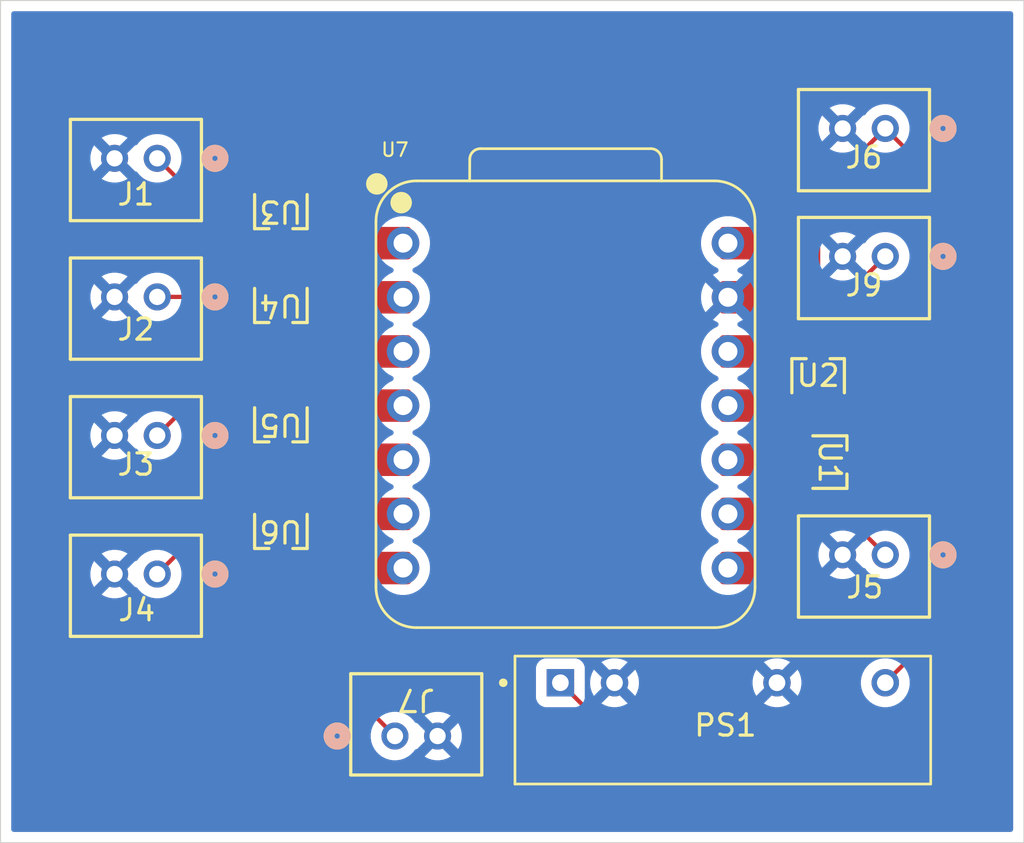
<source format=kicad_pcb>
(kicad_pcb (version 20241229) (generator "pcbnew") (generator_version "9.0")
  (layers (0 "F.Cu" signal) (2 "B.Cu" signal) (13 "F.Paste" user) (15 "B.Paste" user) (5 "F.SilkS" user "F.Silkscreen") (7 "B.SilkS" user "B.Silkscreen") (1 "F.Mask" user) (3 "B.Mask" user) (25 "Edge.Cuts" user))
  (net 0 "")
  (net 1 "5V Fan Out")
  (net 2 "Battery 2 In")
  (net 3 "Atomizer 1 Out")
  (net 4 "Net-(U1-G)")
  (net 5 "12V Fan Out")
  (net 6 "Atomizer 2 Out")
  (net 7 "Atomizer 3 Out")
  (net 8 "Net-(U2-G)")
  (net 9 "Net-(U3-G)")
  (net 10 "Atomizer 4 Out")
  (net 11 "Net-(U4-G)")
  (net 12 "Net-(U5-G)")
  (net 13 "Net-(U6-G)")
  (net 16 "GND")
  (net 19 "Battery 1 In")
  (net 21 "Converter Out")
  (footprint "footprints_connector:CONN2_B2B-PH-K-S_JST" (layer "F.Cu") (at 84.850002 69.9017)
    (property "Reference" "J3" (at -1 1.360398 0) (layer "F.SilkS"))
    (property "Value" "B2B-PH-K-S" (hide yes))
    (fp_line (start -4.0734 -1.827) (end -4.0734 2.922801) (stroke (width 0.1524)) (layer "F.SilkS"))
    (fp_line (start -4.0734 2.922801) (end 2.0734 2.922801) (stroke (width 0.1524)) (layer "F.SilkS"))
    (fp_line (start 2.0734 -1.827) (end -4.0734 -1.827) (stroke (width 0.1524)) (layer "F.SilkS"))
    (fp_line (start 2.0734 2.922801) (end 2.0734 -1.827) (stroke (width 0.1524)) (layer "F.SilkS"))
    (fp_circle (center 2.7084 0) (end 3.0894 0) (stroke (width 0.508)) (fill no) (layer "F.SilkS"))
    (fp_circle (center 2.7084 0) (end 3.0894 0) (stroke (width 0.508)) (fill no) (layer "B.SilkS"))
    (pad "1" thru_hole circle (at 0 0) (size 1.27 1.27) (drill 0.762) (layers "*.Cu" "*.Mask") (net 7 "Atomizer 3 Out"))
    (pad "2" thru_hole circle (at -2.000001 0) (size 1.27 1.27) (drill 0.762) (layers "*.Cu" "*.Mask") (net 16 "GND"))
  )
  (footprint "footprints:SOT_12UW-7_DIO" (layer "F.Cu") (at 115.850001 67.0983)
    (property "Reference" "U2" (at 0 0 0) (layer "F.SilkS"))
    (property "Value" "DMG1012UW-7" (hide yes))
    (fp_line (start -1.2319 -0.8001) (end -1.2319 0.8001) (stroke (width 0.1524)) (layer "F.SilkS"))
    (fp_line (start -0.56134 -0.8001) (end -1.2319 -0.8001) (stroke (width 0.1524)) (layer "F.SilkS"))
    (fp_line (start 1.2319 -0.8001) (end 0.56134 -0.8001) (stroke (width 0.1524)) (layer "F.SilkS"))
    (fp_line (start 1.2319 0.8001) (end 1.2319 -0.8001) (stroke (width 0.1524)) (layer "F.SilkS"))
    (pad "1" smd rect (at -0.649999 0.9017) (size 0.4572 1.1176) (layers "F.Cu" "F.Mask" "F.Paste") (net 8 "Net-(U2-G)"))
    (pad "2" smd rect (at 0.649999 0.9017) (size 0.4572 1.1176) (layers "F.Cu" "F.Mask" "F.Paste") (net 1 "5V Fan Out"))
    (pad "3" smd rect (at 0 -0.9017) (size 0.4572 1.1176) (layers "F.Cu" "F.Mask" "F.Paste") (net 2 "Battery 2 In"))
  )
  (footprint "footprints_connector:CONN2_B2B-PH-K-S_JST" (layer "F.Cu") (at 84.850001 63.4017)
    (property "Reference" "J2" (at -1 1.526399 0) (layer "F.SilkS"))
    (property "Value" "B2B-PH-K-S" (hide yes))
    (fp_line (start -4.0734 -1.827) (end -4.0734 2.922801) (stroke (width 0.1524)) (layer "F.SilkS"))
    (fp_line (start -4.0734 2.922801) (end 2.0734 2.922801) (stroke (width 0.1524)) (layer "F.SilkS"))
    (fp_line (start 2.0734 -1.827) (end -4.0734 -1.827) (stroke (width 0.1524)) (layer "F.SilkS"))
    (fp_line (start 2.0734 2.922801) (end 2.0734 -1.827) (stroke (width 0.1524)) (layer "F.SilkS"))
    (fp_circle (center 2.7084 0) (end 3.0894 0) (stroke (width 0.508)) (fill no) (layer "F.SilkS"))
    (fp_circle (center 2.7084 0) (end 3.0894 0) (stroke (width 0.508)) (fill no) (layer "B.SilkS"))
    (pad "1" thru_hole circle (at 0 0) (size 1.27 1.27) (drill 0.762) (layers "*.Cu" "*.Mask") (net 6 "Atomizer 2 Out"))
    (pad "2" thru_hole circle (at -2.000001 0) (size 1.27 1.27) (drill 0.762) (layers "*.Cu" "*.Mask") (net 16 "GND"))
  )
  (footprint "footprints:SOT_12UW-7_DIO" (layer "F.Cu") (at 116.4017 71.149999 -90)
    (property "Reference" "U1" (at 0 0 270) (layer "F.SilkS"))
    (property "Value" "DMG1012UW-7" (hide yes))
    (fp_line (start 1.2319 0.8001) (end 1.2319 -0.8001) (stroke (width 0.1524)) (layer "F.SilkS"))
    (fp_line (start -1.2319 -0.8001) (end -1.2319 0.8001) (stroke (width 0.1524)) (layer "F.SilkS"))
    (fp_line (start -0.56134 -0.8001) (end -1.2319 -0.8001) (stroke (width 0.1524)) (layer "F.SilkS"))
    (fp_line (start 1.2319 -0.8001) (end 0.56134 -0.8001) (stroke (width 0.1524)) (layer "F.SilkS"))
    (pad "1" smd rect (at -0.649999 0.9017 270) (size 0.4572 1.1176) (layers "F.Cu" "F.Mask" "F.Paste") (net 4 "Net-(U1-G)"))
    (pad "2" smd rect (at 0.649999 0.9017 270) (size 0.4572 1.1176) (layers "F.Cu" "F.Mask" "F.Paste") (net 5 "12V Fan Out"))
    (pad "3" smd rect (at 0 -0.9017 270) (size 0.4572 1.1176) (layers "F.Cu" "F.Mask" "F.Paste") (net 21 "Converter Out"))
  )
  (footprint "SeeedStudio_XIAO_nRF52840_v1.1_KiCAD:XIAO-nRF52840-DIP" (layer "F.Cu") (at 104 68.5)
    (property "Reference" "U7" (at -8 -12 0) (layer "F.SilkS") (effects (font (size 0.635 0.635) (thickness 0.1016))))
    (property "Value" "XIAO-nRF52840-DIP" (hide yes))
    (fp_line (start -8.89 8.509) (end -8.89 -8.636) (stroke (width 0.127)) (layer "F.SilkS"))
    (fp_line (start -6.985 10.414) (end 6.985 10.414) (stroke (width 0.127)) (layer "F.SilkS"))
    (fp_line (start -4.495 -10.541) (end -4.491272 -11.551272) (stroke (width 0.127)) (layer "F.SilkS"))
    (fp_line (start -3.991272 -12.051) (end 4.004 -12.051) (stroke (width 0.127)) (layer "F.SilkS"))
    (fp_line (start 4.504 -11.551) (end 4.504 -10.541) (stroke (width 0.127)) (layer "F.SilkS"))
    (fp_line (start 6.985 -10.541) (end -6.985 -10.541) (stroke (width 0.1)) (layer "F.SilkS"))
    (fp_line (start 6.985 -10.541) (end -6.985 -10.541) (stroke (width 0.127)) (layer "F.SilkS"))
    (fp_line (start 8.89 8.509) (end 8.89 -8.636) (stroke (width 0.127)) (layer "F.SilkS"))
    (fp_arc (start -8.89 -8.636) (mid -8.332038 -9.983038) (end -6.985 -10.541) (stroke (width 0.127)) (layer "F.SilkS"))
    (fp_arc (start -6.985 10.414) (mid -8.332038 9.856038) (end -8.89 8.509) (stroke (width 0.127)) (layer "F.SilkS"))
    (fp_arc (start -4.491272 -11.551272) (mid -4.344728 -11.90464) (end -3.991272 -12.051) (stroke (width 0.127)) (layer "F.SilkS"))
    (fp_arc (start 4.004 -12.051) (mid 4.357524 -11.904524) (end 4.504 -11.551) (stroke (width 0.127)) (layer "F.SilkS"))
    (fp_arc (start 6.985 -10.541) (mid 8.332038 -9.983038) (end 8.89 -8.636) (stroke (width 0.127)) (layer "F.SilkS"))
    (fp_arc (start 8.89 8.509) (mid 8.332038 9.856038) (end 6.985 10.414) (stroke (width 0.127)) (layer "F.SilkS"))
    (fp_circle (center -8.85 -10.4) (end -8.85 -10.654) (stroke (width 0.5)) (fill yes) (layer "F.SilkS"))
    (fp_circle (center -7.707 -9.52) (end -7.707 -9.774) (stroke (width 0.5)) (fill yes) (layer "F.SilkS"))
    (pad "1" smd roundrect (at -8.455 -7.62 180) (size 2.432 1.524) (layers "F.Cu" "F.Mask") (roundrect_rratio 0.1))
    (pad "1" thru_hole circle (at -7.62 -7.62 180) (size 1.524 1.524) (drill 0.889) (layers "*.Cu" "*.Mask"))
    (pad "2" smd roundrect (at -8.455 -5.08 180) (size 2.432 1.524) (layers "F.Cu" "F.Mask") (roundrect_rratio 0.1) (net 9 "Net-(U3-G)"))
    (pad "2" thru_hole circle (at -7.62 -5.08 180) (size 1.524 1.524) (drill 0.889) (layers "*.Cu" "*.Mask") (net 9 "Net-(U3-G)"))
    (pad "3" smd roundrect (at -8.455 -2.54 180) (size 2.432 1.524) (layers "F.Cu" "F.Mask") (roundrect_rratio 0.1) (net 11 "Net-(U4-G)"))
    (pad "3" thru_hole circle (at -7.62 -2.54 180) (size 1.524 1.524) (drill 0.889) (layers "*.Cu" "*.Mask") (net 11 "Net-(U4-G)"))
    (pad "4" smd roundrect (at -8.455 0 180) (size 2.432 1.524) (layers "F.Cu" "F.Mask") (roundrect_rratio 0.1) (net 12 "Net-(U5-G)"))
    (pad "4" thru_hole circle (at -7.62 0 180) (size 1.524 1.524) (drill 0.889) (layers "*.Cu" "*.Mask") (net 12 "Net-(U5-G)"))
    (pad "5" smd roundrect (at -8.455 2.54 180) (size 2.432 1.524) (layers "F.Cu" "F.Mask") (roundrect_rratio 0.1) (net 13 "Net-(U6-G)"))
    (pad "5" thru_hole circle (at -7.62 2.54 180) (size 1.524 1.524) (drill 0.889) (layers "*.Cu" "*.Mask") (net 13 "Net-(U6-G)"))
    (pad "6" smd roundrect (at -8.455 5.08 180) (size 2.432 1.524) (layers "F.Cu" "F.Mask") (roundrect_rratio 0.1))
    (pad "6" thru_hole circle (at -7.62 5.08 180) (size 1.524 1.524) (drill 0.889) (layers "*.Cu" "*.Mask"))
    (pad "7" smd roundrect (at -8.455 7.62 180) (size 2.432 1.524) (layers "F.Cu" "F.Mask") (roundrect_rratio 0.1))
    (pad "7" thru_hole circle (at -7.62 7.62 180) (size 1.524 1.524) (drill 0.889) (layers "*.Cu" "*.Mask"))
    (pad "8" thru_hole circle (at 7.62 7.62) (size 1.524 1.524) (drill 0.889) (layers "*.Cu" "*.Mask"))
    (pad "8" smd roundrect (at 8.455 7.62) (size 2.432 1.524) (layers "F.Cu" "F.Mask") (roundrect_rratio 0.1))
    (pad "9" thru_hole circle (at 7.62 5.08) (size 1.524 1.524) (drill 0.889) (layers "*.Cu" "*.Mask"))
    (pad "9" smd roundrect (at 8.455 5.08) (size 2.432 1.524) (layers "F.Cu" "F.Mask") (roundrect_rratio 0.1))
    (pad "10" thru_hole circle (at 7.62 2.54) (size 1.524 1.524) (drill 0.889) (layers "*.Cu" "*.Mask") (net 4 "Net-(U1-G)"))
    (pad "10" smd roundrect (at 8.455 2.54) (size 2.432 1.524) (layers "F.Cu" "F.Mask") (roundrect_rratio 0.1) (net 4 "Net-(U1-G)"))
    (pad "11" thru_hole circle (at 7.62 0) (size 1.524 1.524) (drill 0.889) (layers "*.Cu" "*.Mask") (net 8 "Net-(U2-G)"))
    (pad "11" smd roundrect (at 8.455 0) (size 2.432 1.524) (layers "F.Cu" "F.Mask") (roundrect_rratio 0.1) (net 8 "Net-(U2-G)"))
    (pad "12" thru_hole circle (at 7.62 -2.54) (size 1.524 1.524) (drill 0.889) (layers "*.Cu" "*.Mask"))
    (pad "12" smd roundrect (at 8.455 -2.54) (size 2.432 1.524) (layers "F.Cu" "F.Mask") (roundrect_rratio 0.1))
    (pad "13" thru_hole circle (at 7.62 -5.08) (size 1.524 1.524) (drill 0.889) (layers "*.Cu" "*.Mask") (net 16 "GND"))
    (pad "13" smd roundrect (at 8.455 -5.08) (size 2.432 1.524) (layers "F.Cu" "F.Mask") (roundrect_rratio 0.1) (net 16 "GND"))
    (pad "14" thru_hole circle (at 7.62 -7.62) (size 1.524 1.524) (drill 0.889) (layers "*.Cu" "*.Mask") (net 2 "Battery 2 In"))
    (pad "14" smd roundrect (at 8.455 -7.62) (size 2.432 1.524) (layers "F.Cu" "F.Mask") (roundrect_rratio 0.1) (net 2 "Battery 2 In"))
  )
  (footprint "footprints_connector:CONN2_B2B-PH-K-S_JST" (layer "F.Cu") (at 119 61.5)
    (property "Reference" "J9" (at -1 1.360398 0) (layer "F.SilkS"))
    (property "Value" "B2B-PH-K-S" (hide yes))
    (fp_line (start -4.0734 -1.827) (end -4.0734 2.922801) (stroke (width 0.1524)) (layer "F.SilkS"))
    (fp_line (start -4.0734 2.922801) (end 2.0734 2.922801) (stroke (width 0.1524)) (layer "F.SilkS"))
    (fp_line (start 2.0734 -1.827) (end -4.0734 -1.827) (stroke (width 0.1524)) (layer "F.SilkS"))
    (fp_line (start 2.0734 2.922801) (end 2.0734 -1.827) (stroke (width 0.1524)) (layer "F.SilkS"))
    (fp_circle (center 2.7084 0) (end 3.0894 0) (stroke (width 0.508)) (fill no) (layer "F.SilkS"))
    (fp_circle (center 2.7084 0) (end 3.0894 0) (stroke (width 0.508)) (fill no) (layer "B.SilkS"))
    (pad "1" thru_hole circle (at 0 0) (size 1.27 1.27) (drill 0.762) (layers "*.Cu" "*.Mask") (net 1 "5V Fan Out"))
    (pad "2" thru_hole circle (at -2.000001 0) (size 1.27 1.27) (drill 0.762) (layers "*.Cu" "*.Mask") (net 16 "GND"))
  )
  (footprint "footprints:CONV_2S7BE_0512S3U" (layer "F.Cu") (at 111.38 83.25)
    (property "Reference" "PS1" (at 0.12 0.25 0) (layer "F.SilkS"))
    (property "Value" "2S7BE_0512S3U" (hide yes))
    (fp_line (start -9.75 -3) (end 9.75 -3) (stroke (width 0.127)) (layer "F.SilkS"))
    (fp_line (start -9.75 3) (end -9.75 -3) (stroke (width 0.127)) (layer "F.SilkS"))
    (fp_line (start 9.75 -3) (end 9.75 3) (stroke (width 0.127)) (layer "F.SilkS"))
    (fp_line (start 9.75 3) (end -9.75 3) (stroke (width 0.127)) (layer "F.SilkS"))
    (fp_circle (center -10.3 -1.75) (end -10.2 -1.75) (stroke (width 0.2)) (fill no) (layer "F.SilkS"))
    (pad "1" thru_hole rect (at -7.62 -1.75) (size 1.288 1.288) (drill 0.78) (layers "*.Cu" "*.Mask") (net 2 "Battery 2 In"))
    (pad "2" thru_hole circle (at -5.08 -1.75) (size 1.288 1.288) (drill 0.78) (layers "*.Cu" "*.Mask") (net 16 "GND"))
    (pad "5" thru_hole circle (at 2.54 -1.75) (size 1.288 1.288) (drill 0.78) (layers "*.Cu" "*.Mask") (net 16 "GND"))
    (pad "7" thru_hole circle (at 7.62 -1.75) (size 1.288 1.288) (drill 0.78) (layers "*.Cu" "*.Mask") (net 21 "Converter Out"))
  )
  (footprint "footprints_connector:CONN2_B2B-PH-K-S_JST" (layer "F.Cu") (at 119 55.5)
    (property "Reference" "J6" (at -1 1.360398 0) (layer "F.SilkS"))
    (property "Value" "B2B-PH-K-S" (hide yes))
    (fp_line (start -4.0734 -1.827) (end -4.0734 2.922801) (stroke (width 0.1524)) (layer "F.SilkS"))
    (fp_line (start -4.0734 2.922801) (end 2.0734 2.922801) (stroke (width 0.1524)) (layer "F.SilkS"))
    (fp_line (start 2.0734 -1.827) (end -4.0734 -1.827) (stroke (width 0.1524)) (layer "F.SilkS"))
    (fp_line (start 2.0734 2.922801) (end 2.0734 -1.827) (stroke (width 0.1524)) (layer "F.SilkS"))
    (fp_circle (center 2.7084 0) (end 3.0894 0) (stroke (width 0.508)) (fill no) (layer "F.SilkS"))
    (fp_circle (center 2.7084 0) (end 3.0894 0) (stroke (width 0.508)) (fill no) (layer "B.SilkS"))
    (pad "1" thru_hole circle (at 0 0) (size 1.27 1.27) (drill 0.762) (layers "*.Cu" "*.Mask") (net 2 "Battery 2 In"))
    (pad "2" thru_hole circle (at -2.000001 0) (size 1.27 1.27) (drill 0.762) (layers "*.Cu" "*.Mask") (net 16 "GND"))
  )
  (footprint "footprints_connector:CONN2_B2B-PH-K-S_JST" (layer "F.Cu") (at 84.850001 76.4017)
    (property "Reference" "J4" (at -0.960501 1.6924 0) (layer "F.SilkS"))
    (property "Value" "B2B-PH-K-S" (hide yes))
    (fp_line (start -4.0734 -1.827) (end -4.0734 2.922801) (stroke (width 0.1524)) (layer "F.SilkS"))
    (fp_line (start -4.0734 2.922801) (end 2.0734 2.922801) (stroke (width 0.1524)) (layer "F.SilkS"))
    (fp_line (start 2.0734 -1.827) (end -4.0734 -1.827) (stroke (width 0.1524)) (layer "F.SilkS"))
    (fp_line (start 2.0734 2.922801) (end 2.0734 -1.827) (stroke (width 0.1524)) (layer "F.SilkS"))
    (fp_circle (center 2.7084 0) (end 3.0894 0) (stroke (width 0.508)) (fill no) (layer "F.SilkS"))
    (fp_circle (center 2.7084 0) (end 3.0894 0) (stroke (width 0.508)) (fill no) (layer "B.SilkS"))
    (pad "1" thru_hole circle (at 0 0) (size 1.27 1.27) (drill 0.762) (layers "*.Cu" "*.Mask") (net 10 "Atomizer 4 Out"))
    (pad "2" thru_hole circle (at -2.000001 0) (size 1.27 1.27) (drill 0.762) (layers "*.Cu" "*.Mask") (net 16 "GND"))
  )
  (footprint "footprints:SOT_12UW-7_DIO" (layer "F.Cu") (at 90.649999 59.4017 180)
    (property "Reference" "U3" (at 0 0 180) (layer "F.SilkS"))
    (property "Value" "DMG1012UW-7" (hide yes))
    (fp_line (start 1.2319 0.8001) (end 1.2319 -0.8001) (stroke (width 0.1524)) (layer "F.SilkS"))
    (fp_line (start 1.2319 -0.8001) (end 0.56134 -0.8001) (stroke (width 0.1524)) (layer "F.SilkS"))
    (fp_line (start -0.56134 -0.8001) (end -1.2319 -0.8001) (stroke (width 0.1524)) (layer "F.SilkS"))
    (fp_line (start -1.2319 -0.8001) (end -1.2319 0.8001) (stroke (width 0.1524)) (layer "F.SilkS"))
    (pad "1" smd rect (at -0.649999 0.9017 180) (size 0.4572 1.1176) (layers "F.Cu" "F.Mask" "F.Paste") (net 9 "Net-(U3-G)"))
    (pad "2" smd rect (at 0.649999 0.9017 180) (size 0.4572 1.1176) (layers "F.Cu" "F.Mask" "F.Paste") (net 3 "Atomizer 1 Out"))
    (pad "3" smd rect (at 0 -0.9017 180) (size 0.4572 1.1176) (layers "F.Cu" "F.Mask" "F.Paste") (net 19 "Battery 1 In"))
  )
  (footprint "footprints:SOT_12UW-7_DIO" (layer "F.Cu") (at 90.649999 69.4017 180)
    (property "Reference" "U5" (at 0 0 180) (layer "F.SilkS"))
    (property "Value" "DMG1012UW-7" (hide yes))
    (fp_line (start 1.2319 0.8001) (end 1.2319 -0.8001) (stroke (width 0.1524)) (layer "F.SilkS"))
    (fp_line (start 1.2319 -0.8001) (end 0.56134 -0.8001) (stroke (width 0.1524)) (layer "F.SilkS"))
    (fp_line (start -0.56134 -0.8001) (end -1.2319 -0.8001) (stroke (width 0.1524)) (layer "F.SilkS"))
    (fp_line (start -1.2319 -0.8001) (end -1.2319 0.8001) (stroke (width 0.1524)) (layer "F.SilkS"))
    (pad "1" smd rect (at -0.649999 0.9017 180) (size 0.4572 1.1176) (layers "F.Cu" "F.Mask" "F.Paste") (net 12 "Net-(U5-G)"))
    (pad "2" smd rect (at 0.649999 0.9017 180) (size 0.4572 1.1176) (layers "F.Cu" "F.Mask" "F.Paste") (net 7 "Atomizer 3 Out"))
    (pad "3" smd rect (at 0 -0.9017 180) (size 0.4572 1.1176) (layers "F.Cu" "F.Mask" "F.Paste") (net 19 "Battery 1 In"))
  )
  (footprint "footprints:SOT_12UW-7_DIO" (layer "F.Cu") (at 90.649999 63.8034 180)
    (property "Reference" "U4" (at 0 0 180) (layer "F.SilkS"))
    (property "Value" "DMG1012UW-7" (hide yes))
    (fp_line (start 1.2319 0.8001) (end 1.2319 -0.8001) (stroke (width 0.1524)) (layer "F.SilkS"))
    (fp_line (start 1.2319 -0.8001) (end 0.56134 -0.8001) (stroke (width 0.1524)) (layer "F.SilkS"))
    (fp_line (start -0.56134 -0.8001) (end -1.2319 -0.8001) (stroke (width 0.1524)) (layer "F.SilkS"))
    (fp_line (start -1.2319 -0.8001) (end -1.2319 0.8001) (stroke (width 0.1524)) (layer "F.SilkS"))
    (pad "1" smd rect (at -0.649999 0.9017 180) (size 0.4572 1.1176) (layers "F.Cu" "F.Mask" "F.Paste") (net 11 "Net-(U4-G)"))
    (pad "2" smd rect (at 0.649999 0.9017 180) (size 0.4572 1.1176) (layers "F.Cu" "F.Mask" "F.Paste") (net 6 "Atomizer 2 Out"))
    (pad "3" smd rect (at 0 -0.9017 180) (size 0.4572 1.1176) (layers "F.Cu" "F.Mask" "F.Paste") (net 19 "Battery 1 In"))
  )
  (footprint "footprints_connector:CONN2_B2B-PH-K-S_JST" (layer "F.Cu") (at 84.850001 56.9017)
    (property "Reference" "J1" (at -1 1.6924 0) (layer "F.SilkS"))
    (property "Value" "B2B-PH-K-S" (hide yes))
    (fp_line (start -4.0734 -1.827) (end -4.0734 2.922801) (stroke (width 0.1524)) (layer "F.SilkS"))
    (fp_line (start -4.0734 2.922801) (end 2.0734 2.922801) (stroke (width 0.1524)) (layer "F.SilkS"))
    (fp_line (start 2.0734 -1.827) (end -4.0734 -1.827) (stroke (width 0.1524)) (layer "F.SilkS"))
    (fp_line (start 2.0734 2.922801) (end 2.0734 -1.827) (stroke (width 0.1524)) (layer "F.SilkS"))
    (fp_circle (center 2.7084 0) (end 3.0894 0) (stroke (width 0.508)) (fill no) (layer "F.SilkS"))
    (fp_circle (center 2.7084 0) (end 3.0894 0) (stroke (width 0.508)) (fill no) (layer "B.SilkS"))
    (pad "1" thru_hole circle (at 0 0) (size 1.27 1.27) (drill 0.762) (layers "*.Cu" "*.Mask") (net 3 "Atomizer 1 Out"))
    (pad "2" thru_hole circle (at -2.000001 0) (size 1.27 1.27) (drill 0.762) (layers "*.Cu" "*.Mask") (net 16 "GND"))
  )
  (footprint "footprints_connector:CONN2_B2B-PH-K-S_JST" (layer "F.Cu") (at 95.999999 84 180)
    (property "Reference" "J7" (at -1 1.6924 180) (layer "F.SilkS"))
    (property "Value" "B2B-PH-K-S" (hide yes))
    (fp_line (start 2.0734 2.922801) (end 2.0734 -1.827) (stroke (width 0.1524)) (layer "F.SilkS"))
    (fp_line (start 2.0734 -1.827) (end -4.0734 -1.827) (stroke (width 0.1524)) (layer "F.SilkS"))
    (fp_line (start -4.0734 2.922801) (end 2.0734 2.922801) (stroke (width 0.1524)) (layer "F.SilkS"))
    (fp_line (start -4.0734 -1.827) (end -4.0734 2.922801) (stroke (width 0.1524)) (layer "F.SilkS"))
    (fp_circle (center 2.7084 0) (end 3.0894 0) (stroke (width 0.508)) (fill no) (layer "F.SilkS"))
    (fp_circle (center 2.7084 0) (end 3.0894 0) (stroke (width 0.508)) (fill no) (layer "B.SilkS"))
    (pad "1" thru_hole circle (at 0 0 180) (size 1.27 1.27) (drill 0.762) (layers "*.Cu" "*.Mask") (net 19 "Battery 1 In"))
    (pad "2" thru_hole circle (at -2.000001 0 180) (size 1.27 1.27) (drill 0.762) (layers "*.Cu" "*.Mask") (net 16 "GND"))
  )
  (footprint "footprints_connector:CONN2_B2B-PH-K-S_JST" (layer "F.Cu") (at 119.000001 75.499999)
    (property "Reference" "J5" (at -0.960501 1.526399 0) (layer "F.SilkS"))
    (property "Value" "B2B-PH-K-S" (hide yes))
    (fp_line (start -4.0734 -1.827) (end -4.0734 2.922801) (stroke (width 0.1524)) (layer "F.SilkS"))
    (fp_line (start -4.0734 2.922801) (end 2.0734 2.922801) (stroke (width 0.1524)) (layer "F.SilkS"))
    (fp_line (start 2.0734 -1.827) (end -4.0734 -1.827) (stroke (width 0.1524)) (layer "F.SilkS"))
    (fp_line (start 2.0734 2.922801) (end 2.0734 -1.827) (stroke (width 0.1524)) (layer "F.SilkS"))
    (fp_circle (center 2.7084 0) (end 3.0894 0) (stroke (width 0.508)) (fill no) (layer "F.SilkS"))
    (fp_circle (center 2.7084 0) (end 3.0894 0) (stroke (width 0.508)) (fill no) (layer "B.SilkS"))
    (pad "1" thru_hole circle (at 0 0) (size 1.27 1.27) (drill 0.762) (layers "*.Cu" "*.Mask") (net 5 "12V Fan Out"))
    (pad "2" thru_hole circle (at -2.000001 0) (size 1.27 1.27) (drill 0.762) (layers "*.Cu" "*.Mask") (net 16 "GND"))
  )
  (footprint "footprints:SOT_12UW-7_DIO" (layer "F.Cu") (at 90.649999 74.4017 180)
    (property "Reference" "U6" (at 0 0 180) (layer "F.SilkS"))
    (property "Value" "DMG1012UW-7" (hide yes))
    (fp_line (start 1.2319 0.8001) (end 1.2319 -0.8001) (stroke (width 0.1524)) (layer "F.SilkS"))
    (fp_line (start 1.2319 -0.8001) (end 0.56134 -0.8001) (stroke (width 0.1524)) (layer "F.SilkS"))
    (fp_line (start -0.56134 -0.8001) (end -1.2319 -0.8001) (stroke (width 0.1524)) (layer "F.SilkS"))
    (fp_line (start -1.2319 -0.8001) (end -1.2319 0.8001) (stroke (width 0.1524)) (layer "F.SilkS"))
    (pad "1" smd rect (at -0.649999 0.9017 180) (size 0.4572 1.1176) (layers "F.Cu" "F.Mask" "F.Paste") (net 13 "Net-(U6-G)"))
    (pad "2" smd rect (at 0.649999 0.9017 180) (size 0.4572 1.1176) (layers "F.Cu" "F.Mask" "F.Paste") (net 10 "Atomizer 4 Out"))
    (pad "3" smd rect (at 0 -0.9017 180) (size 0.4572 1.1176) (layers "F.Cu" "F.Mask" "F.Paste") (net 19 "Battery 1 In"))
  )
  (gr_rect (start 77.5 49.5) (end 125.5 89) (stroke (width 0.05)) (fill no) (layer "Edge.Cuts"))
  (segment (start 116.5 68) (end 116.5 64) (width 0.2) (layer "F.Cu") (net 1))
  (segment (start 116.5 64) (end 119 61.5) (width 0.2) (layer "F.Cu") (net 1))
  (segment (start 113.62 60.88) (end 111.62 60.88) (width 0.2) (layer "F.Cu") (net 2))
  (segment (start 123 82) (end 123 59.5) (width 0.2) (layer "F.Cu") (net 2))
  (segment (start 105.76 83.5) (end 121.5 83.5) (width 0.2) (layer "F.Cu") (net 2))
  (segment (start 115.850001 58.649999) (end 119 55.5) (width 0.2) (layer "F.Cu") (net 2))
  (segment (start 115.850001 66.1966) (end 115.850001 58.649999) (width 0.2) (layer "F.Cu") (net 2))
  (segment (start 119 55.5) (end 113.62 60.88) (width 0.2) (layer "F.Cu") (net 2))
  (segment (start 121.5 83.5) (end 123 82) (width 0.2) (layer "F.Cu") (net 2))
  (segment (start 103.76 81.5) (end 105.76 83.5) (width 0.2) (layer "F.Cu") (net 2))
  (segment (start 123 59.5) (end 119 55.5) (width 0.2) (layer "F.Cu") (net 2))
  (segment (start 86.448301 58.5) (end 90 58.5) (width 0.2) (layer "F.Cu") (net 3))
  (segment (start 84.850001 56.9017) (end 86.448301 58.5) (width 0.2) (layer "F.Cu") (net 3))
  (segment (start 114.46 71.04) (end 112.455 71.04) (width 0.2) (layer "F.Cu") (net 4))
  (segment (start 115.5 70.5) (end 115 70.5) (width 0.2) (layer "F.Cu") (net 4))
  (segment (start 115 70.5) (end 114.46 71.04) (width 0.2) (layer "F.Cu") (net 4))
  (segment (start 119.000001 75.499999) (end 115.5 71.999998) (width 0.2) (layer "F.Cu") (net 5))
  (segment (start 115.5 71.999998) (end 115.5 71.799998) (width 0.2) (layer "F.Cu") (net 5))
  (segment (start 84.850001 63.4017) (end 89.5 63.4017) (width 0.2) (layer "F.Cu") (net 6))
  (segment (start 89.5 63.4017) (end 90 62.9017) (width 0.2) (layer "F.Cu") (net 6))
  (segment (start 84.850002 69.9017) (end 86.251702 68.5) (width 0.2) (layer "F.Cu") (net 7))
  (segment (start 86.251702 68.5) (end 90 68.5) (width 0.2) (layer "F.Cu") (net 7))
  (segment (start 112.955 68) (end 112.455 68.5) (width 0.2) (layer "F.Cu") (net 8))
  (segment (start 115.200002 68) (end 112.955 68) (width 0.2) (layer "F.Cu") (net 8))
  (segment (start 91.299998 59.174998) (end 95.545 63.42) (width 0.2) (layer "F.Cu") (net 9))
  (segment (start 91.299998 58.5) (end 91.299998 59.174998) (width 0.2) (layer "F.Cu") (net 9))
  (segment (start 84.850001 76.4017) (end 87.751701 73.5) (width 0.2) (layer "F.Cu") (net 10))
  (segment (start 87.751701 73.5) (end 90 73.5) (width 0.2) (layer "F.Cu") (net 10))
  (segment (start 92.4867 62.9017) (end 95.545 65.96) (width 0.2) (layer "F.Cu") (net 11))
  (segment (start 91.299998 62.9017) (end 92.4867 62.9017) (width 0.2) (layer "F.Cu") (net 11))
  (segment (start 91.299998 68.5) (end 95.545 68.5) (width 0.2) (layer "F.Cu") (net 12))
  (segment (start 93.085 73.5) (end 95.545 71.04) (width 0.2) (layer "F.Cu") (net 13))
  (segment (start 91.299998 73.5) (end 93.085 73.5) (width 0.2) (layer "F.Cu") (net 13))
  (segment (start 90.649999 75.3034) (end 90.649999 78.65) (width 0.2) (layer "F.Cu") (net 19))
  (segment (start 90.649999 60.3034) (end 90.649999 64.7051) (width 0.2) (layer "F.Cu") (net 19))
  (segment (start 90.649999 70.3034) (end 90.649999 75.3034) (width 0.2) (layer "F.Cu") (net 19))
  (segment (start 90.649999 64.7051) (end 90.649999 70.3034) (width 0.2) (layer "F.Cu") (net 19))
  (segment (start 90.649999 78.65) (end 95.999999 84) (width 0.2) (layer "F.Cu") (net 19))
  (segment (start 120.5 80) (end 120.5 73.5) (width 0.2) (layer "F.Cu") (net 21))
  (segment (start 119 81.5) (end 120.5 80) (width 0.2) (layer "F.Cu") (net 21))
  (segment (start 120.5 73.5) (end 118.149999 71.149999) (width 0.2) (layer "F.Cu") (net 21))
  (segment (start 118.149999 71.149999) (end 117.3034 71.149999) (width 0.2) (layer "F.Cu") (net 21))
  (zone (net 16) (net_name "GND") (layer "B.Cu") (connect_pads (clearance 0.5)) (min_thickness 0.25) (fill yes (thermal_gap 0.5) (thermal_bridge_width 0.5))
    (polygon (pts (xy 78 50) (xy 125 50) (xy 125 88.5) (xy 78 88.5)))
  )
)
</source>
